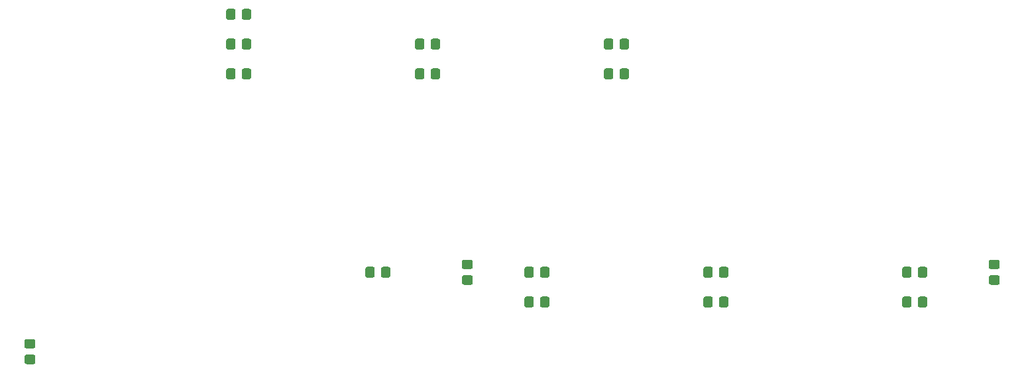
<source format=gbr>
%TF.GenerationSoftware,KiCad,Pcbnew,5.1.10*%
%TF.CreationDate,2021-12-30T14:02:32+01:00*%
%TF.ProjectId,modules_board,6d6f6475-6c65-4735-9f62-6f6172642e6b,rev?*%
%TF.SameCoordinates,Original*%
%TF.FileFunction,Paste,Top*%
%TF.FilePolarity,Positive*%
%FSLAX46Y46*%
G04 Gerber Fmt 4.6, Leading zero omitted, Abs format (unit mm)*
G04 Created by KiCad (PCBNEW 5.1.10) date 2021-12-30 14:02:32*
%MOMM*%
%LPD*%
G01*
G04 APERTURE LIST*
G04 APERTURE END LIST*
%TO.C,R17*%
G36*
G01*
X192589999Y-98190000D02*
X193490001Y-98190000D01*
G75*
G02*
X193740000Y-98439999I0J-249999D01*
G01*
X193740000Y-99140001D01*
G75*
G02*
X193490001Y-99390000I-249999J0D01*
G01*
X192589999Y-99390000D01*
G75*
G02*
X192340000Y-99140001I0J249999D01*
G01*
X192340000Y-98439999D01*
G75*
G02*
X192589999Y-98190000I249999J0D01*
G01*
G37*
G36*
G01*
X192589999Y-96190000D02*
X193490001Y-96190000D01*
G75*
G02*
X193740000Y-96439999I0J-249999D01*
G01*
X193740000Y-97140001D01*
G75*
G02*
X193490001Y-97390000I-249999J0D01*
G01*
X192589999Y-97390000D01*
G75*
G02*
X192340000Y-97140001I0J249999D01*
G01*
X192340000Y-96439999D01*
G75*
G02*
X192589999Y-96190000I249999J0D01*
G01*
G37*
%TD*%
%TO.C,R16*%
G36*
G01*
X135020000Y-102050001D02*
X135020000Y-101149999D01*
G75*
G02*
X135269999Y-100900000I249999J0D01*
G01*
X135970001Y-100900000D01*
G75*
G02*
X136220000Y-101149999I0J-249999D01*
G01*
X136220000Y-102050001D01*
G75*
G02*
X135970001Y-102300000I-249999J0D01*
G01*
X135269999Y-102300000D01*
G75*
G02*
X135020000Y-102050001I0J249999D01*
G01*
G37*
G36*
G01*
X133020000Y-102050001D02*
X133020000Y-101149999D01*
G75*
G02*
X133269999Y-100900000I249999J0D01*
G01*
X133970001Y-100900000D01*
G75*
G02*
X134220000Y-101149999I0J-249999D01*
G01*
X134220000Y-102050001D01*
G75*
G02*
X133970001Y-102300000I-249999J0D01*
G01*
X133269999Y-102300000D01*
G75*
G02*
X133020000Y-102050001I0J249999D01*
G01*
G37*
%TD*%
%TO.C,R15*%
G36*
G01*
X121050000Y-69030001D02*
X121050000Y-68129999D01*
G75*
G02*
X121299999Y-67880000I249999J0D01*
G01*
X122000001Y-67880000D01*
G75*
G02*
X122250000Y-68129999I0J-249999D01*
G01*
X122250000Y-69030001D01*
G75*
G02*
X122000001Y-69280000I-249999J0D01*
G01*
X121299999Y-69280000D01*
G75*
G02*
X121050000Y-69030001I0J249999D01*
G01*
G37*
G36*
G01*
X119050000Y-69030001D02*
X119050000Y-68129999D01*
G75*
G02*
X119299999Y-67880000I249999J0D01*
G01*
X120000001Y-67880000D01*
G75*
G02*
X120250000Y-68129999I0J-249999D01*
G01*
X120250000Y-69030001D01*
G75*
G02*
X120000001Y-69280000I-249999J0D01*
G01*
X119299999Y-69280000D01*
G75*
G02*
X119050000Y-69030001I0J249999D01*
G01*
G37*
%TD*%
%TO.C,R14*%
G36*
G01*
X183280000Y-98240001D02*
X183280000Y-97339999D01*
G75*
G02*
X183529999Y-97090000I249999J0D01*
G01*
X184230001Y-97090000D01*
G75*
G02*
X184480000Y-97339999I0J-249999D01*
G01*
X184480000Y-98240001D01*
G75*
G02*
X184230001Y-98490000I-249999J0D01*
G01*
X183529999Y-98490000D01*
G75*
G02*
X183280000Y-98240001I0J249999D01*
G01*
G37*
G36*
G01*
X181280000Y-98240001D02*
X181280000Y-97339999D01*
G75*
G02*
X181529999Y-97090000I249999J0D01*
G01*
X182230001Y-97090000D01*
G75*
G02*
X182480000Y-97339999I0J-249999D01*
G01*
X182480000Y-98240001D01*
G75*
G02*
X182230001Y-98490000I-249999J0D01*
G01*
X181529999Y-98490000D01*
G75*
G02*
X181280000Y-98240001I0J249999D01*
G01*
G37*
%TD*%
%TO.C,R13*%
G36*
G01*
X145180000Y-69030001D02*
X145180000Y-68129999D01*
G75*
G02*
X145429999Y-67880000I249999J0D01*
G01*
X146130001Y-67880000D01*
G75*
G02*
X146380000Y-68129999I0J-249999D01*
G01*
X146380000Y-69030001D01*
G75*
G02*
X146130001Y-69280000I-249999J0D01*
G01*
X145429999Y-69280000D01*
G75*
G02*
X145180000Y-69030001I0J249999D01*
G01*
G37*
G36*
G01*
X143180000Y-69030001D02*
X143180000Y-68129999D01*
G75*
G02*
X143429999Y-67880000I249999J0D01*
G01*
X144130001Y-67880000D01*
G75*
G02*
X144380000Y-68129999I0J-249999D01*
G01*
X144380000Y-69030001D01*
G75*
G02*
X144130001Y-69280000I-249999J0D01*
G01*
X143429999Y-69280000D01*
G75*
G02*
X143180000Y-69030001I0J249999D01*
G01*
G37*
%TD*%
%TO.C,R12*%
G36*
G01*
X157880000Y-98240001D02*
X157880000Y-97339999D01*
G75*
G02*
X158129999Y-97090000I249999J0D01*
G01*
X158830001Y-97090000D01*
G75*
G02*
X159080000Y-97339999I0J-249999D01*
G01*
X159080000Y-98240001D01*
G75*
G02*
X158830001Y-98490000I-249999J0D01*
G01*
X158129999Y-98490000D01*
G75*
G02*
X157880000Y-98240001I0J249999D01*
G01*
G37*
G36*
G01*
X155880000Y-98240001D02*
X155880000Y-97339999D01*
G75*
G02*
X156129999Y-97090000I249999J0D01*
G01*
X156830001Y-97090000D01*
G75*
G02*
X157080000Y-97339999I0J-249999D01*
G01*
X157080000Y-98240001D01*
G75*
G02*
X156830001Y-98490000I-249999J0D01*
G01*
X156129999Y-98490000D01*
G75*
G02*
X155880000Y-98240001I0J249999D01*
G01*
G37*
%TD*%
%TO.C,R11*%
G36*
G01*
X125279999Y-98190000D02*
X126180001Y-98190000D01*
G75*
G02*
X126430000Y-98439999I0J-249999D01*
G01*
X126430000Y-99140001D01*
G75*
G02*
X126180001Y-99390000I-249999J0D01*
G01*
X125279999Y-99390000D01*
G75*
G02*
X125030000Y-99140001I0J249999D01*
G01*
X125030000Y-98439999D01*
G75*
G02*
X125279999Y-98190000I249999J0D01*
G01*
G37*
G36*
G01*
X125279999Y-96190000D02*
X126180001Y-96190000D01*
G75*
G02*
X126430000Y-96439999I0J-249999D01*
G01*
X126430000Y-97140001D01*
G75*
G02*
X126180001Y-97390000I-249999J0D01*
G01*
X125279999Y-97390000D01*
G75*
G02*
X125030000Y-97140001I0J249999D01*
G01*
X125030000Y-96439999D01*
G75*
G02*
X125279999Y-96190000I249999J0D01*
G01*
G37*
%TD*%
%TO.C,R10*%
G36*
G01*
X96920000Y-69030001D02*
X96920000Y-68129999D01*
G75*
G02*
X97169999Y-67880000I249999J0D01*
G01*
X97870001Y-67880000D01*
G75*
G02*
X98120000Y-68129999I0J-249999D01*
G01*
X98120000Y-69030001D01*
G75*
G02*
X97870001Y-69280000I-249999J0D01*
G01*
X97169999Y-69280000D01*
G75*
G02*
X96920000Y-69030001I0J249999D01*
G01*
G37*
G36*
G01*
X94920000Y-69030001D02*
X94920000Y-68129999D01*
G75*
G02*
X95169999Y-67880000I249999J0D01*
G01*
X95870001Y-67880000D01*
G75*
G02*
X96120000Y-68129999I0J-249999D01*
G01*
X96120000Y-69030001D01*
G75*
G02*
X95870001Y-69280000I-249999J0D01*
G01*
X95169999Y-69280000D01*
G75*
G02*
X94920000Y-69030001I0J249999D01*
G01*
G37*
%TD*%
%TO.C,R9*%
G36*
G01*
X183280000Y-102050001D02*
X183280000Y-101149999D01*
G75*
G02*
X183529999Y-100900000I249999J0D01*
G01*
X184230001Y-100900000D01*
G75*
G02*
X184480000Y-101149999I0J-249999D01*
G01*
X184480000Y-102050001D01*
G75*
G02*
X184230001Y-102300000I-249999J0D01*
G01*
X183529999Y-102300000D01*
G75*
G02*
X183280000Y-102050001I0J249999D01*
G01*
G37*
G36*
G01*
X181280000Y-102050001D02*
X181280000Y-101149999D01*
G75*
G02*
X181529999Y-100900000I249999J0D01*
G01*
X182230001Y-100900000D01*
G75*
G02*
X182480000Y-101149999I0J-249999D01*
G01*
X182480000Y-102050001D01*
G75*
G02*
X182230001Y-102300000I-249999J0D01*
G01*
X181529999Y-102300000D01*
G75*
G02*
X181280000Y-102050001I0J249999D01*
G01*
G37*
%TD*%
%TO.C,R8*%
G36*
G01*
X96920000Y-72840001D02*
X96920000Y-71939999D01*
G75*
G02*
X97169999Y-71690000I249999J0D01*
G01*
X97870001Y-71690000D01*
G75*
G02*
X98120000Y-71939999I0J-249999D01*
G01*
X98120000Y-72840001D01*
G75*
G02*
X97870001Y-73090000I-249999J0D01*
G01*
X97169999Y-73090000D01*
G75*
G02*
X96920000Y-72840001I0J249999D01*
G01*
G37*
G36*
G01*
X94920000Y-72840001D02*
X94920000Y-71939999D01*
G75*
G02*
X95169999Y-71690000I249999J0D01*
G01*
X95870001Y-71690000D01*
G75*
G02*
X96120000Y-71939999I0J-249999D01*
G01*
X96120000Y-72840001D01*
G75*
G02*
X95870001Y-73090000I-249999J0D01*
G01*
X95169999Y-73090000D01*
G75*
G02*
X94920000Y-72840001I0J249999D01*
G01*
G37*
%TD*%
%TO.C,R7*%
G36*
G01*
X121050000Y-72840001D02*
X121050000Y-71939999D01*
G75*
G02*
X121299999Y-71690000I249999J0D01*
G01*
X122000001Y-71690000D01*
G75*
G02*
X122250000Y-71939999I0J-249999D01*
G01*
X122250000Y-72840001D01*
G75*
G02*
X122000001Y-73090000I-249999J0D01*
G01*
X121299999Y-73090000D01*
G75*
G02*
X121050000Y-72840001I0J249999D01*
G01*
G37*
G36*
G01*
X119050000Y-72840001D02*
X119050000Y-71939999D01*
G75*
G02*
X119299999Y-71690000I249999J0D01*
G01*
X120000001Y-71690000D01*
G75*
G02*
X120250000Y-71939999I0J-249999D01*
G01*
X120250000Y-72840001D01*
G75*
G02*
X120000001Y-73090000I-249999J0D01*
G01*
X119299999Y-73090000D01*
G75*
G02*
X119050000Y-72840001I0J249999D01*
G01*
G37*
%TD*%
%TO.C,R6*%
G36*
G01*
X135020000Y-98240001D02*
X135020000Y-97339999D01*
G75*
G02*
X135269999Y-97090000I249999J0D01*
G01*
X135970001Y-97090000D01*
G75*
G02*
X136220000Y-97339999I0J-249999D01*
G01*
X136220000Y-98240001D01*
G75*
G02*
X135970001Y-98490000I-249999J0D01*
G01*
X135269999Y-98490000D01*
G75*
G02*
X135020000Y-98240001I0J249999D01*
G01*
G37*
G36*
G01*
X133020000Y-98240001D02*
X133020000Y-97339999D01*
G75*
G02*
X133269999Y-97090000I249999J0D01*
G01*
X133970001Y-97090000D01*
G75*
G02*
X134220000Y-97339999I0J-249999D01*
G01*
X134220000Y-98240001D01*
G75*
G02*
X133970001Y-98490000I-249999J0D01*
G01*
X133269999Y-98490000D01*
G75*
G02*
X133020000Y-98240001I0J249999D01*
G01*
G37*
%TD*%
%TO.C,R5*%
G36*
G01*
X113900000Y-97339999D02*
X113900000Y-98240001D01*
G75*
G02*
X113650001Y-98490000I-249999J0D01*
G01*
X112949999Y-98490000D01*
G75*
G02*
X112700000Y-98240001I0J249999D01*
G01*
X112700000Y-97339999D01*
G75*
G02*
X112949999Y-97090000I249999J0D01*
G01*
X113650001Y-97090000D01*
G75*
G02*
X113900000Y-97339999I0J-249999D01*
G01*
G37*
G36*
G01*
X115900000Y-97339999D02*
X115900000Y-98240001D01*
G75*
G02*
X115650001Y-98490000I-249999J0D01*
G01*
X114949999Y-98490000D01*
G75*
G02*
X114700000Y-98240001I0J249999D01*
G01*
X114700000Y-97339999D01*
G75*
G02*
X114949999Y-97090000I249999J0D01*
G01*
X115650001Y-97090000D01*
G75*
G02*
X115900000Y-97339999I0J-249999D01*
G01*
G37*
%TD*%
%TO.C,R4*%
G36*
G01*
X96120000Y-64319999D02*
X96120000Y-65220001D01*
G75*
G02*
X95870001Y-65470000I-249999J0D01*
G01*
X95169999Y-65470000D01*
G75*
G02*
X94920000Y-65220001I0J249999D01*
G01*
X94920000Y-64319999D01*
G75*
G02*
X95169999Y-64070000I249999J0D01*
G01*
X95870001Y-64070000D01*
G75*
G02*
X96120000Y-64319999I0J-249999D01*
G01*
G37*
G36*
G01*
X98120000Y-64319999D02*
X98120000Y-65220001D01*
G75*
G02*
X97870001Y-65470000I-249999J0D01*
G01*
X97169999Y-65470000D01*
G75*
G02*
X96920000Y-65220001I0J249999D01*
G01*
X96920000Y-64319999D01*
G75*
G02*
X97169999Y-64070000I249999J0D01*
G01*
X97870001Y-64070000D01*
G75*
G02*
X98120000Y-64319999I0J-249999D01*
G01*
G37*
%TD*%
%TO.C,R3*%
G36*
G01*
X145180000Y-72840001D02*
X145180000Y-71939999D01*
G75*
G02*
X145429999Y-71690000I249999J0D01*
G01*
X146130001Y-71690000D01*
G75*
G02*
X146380000Y-71939999I0J-249999D01*
G01*
X146380000Y-72840001D01*
G75*
G02*
X146130001Y-73090000I-249999J0D01*
G01*
X145429999Y-73090000D01*
G75*
G02*
X145180000Y-72840001I0J249999D01*
G01*
G37*
G36*
G01*
X143180000Y-72840001D02*
X143180000Y-71939999D01*
G75*
G02*
X143429999Y-71690000I249999J0D01*
G01*
X144130001Y-71690000D01*
G75*
G02*
X144380000Y-71939999I0J-249999D01*
G01*
X144380000Y-72840001D01*
G75*
G02*
X144130001Y-73090000I-249999J0D01*
G01*
X143429999Y-73090000D01*
G75*
G02*
X143180000Y-72840001I0J249999D01*
G01*
G37*
%TD*%
%TO.C,R2*%
G36*
G01*
X69399999Y-108350000D02*
X70300001Y-108350000D01*
G75*
G02*
X70550000Y-108599999I0J-249999D01*
G01*
X70550000Y-109300001D01*
G75*
G02*
X70300001Y-109550000I-249999J0D01*
G01*
X69399999Y-109550000D01*
G75*
G02*
X69150000Y-109300001I0J249999D01*
G01*
X69150000Y-108599999D01*
G75*
G02*
X69399999Y-108350000I249999J0D01*
G01*
G37*
G36*
G01*
X69399999Y-106350000D02*
X70300001Y-106350000D01*
G75*
G02*
X70550000Y-106599999I0J-249999D01*
G01*
X70550000Y-107300001D01*
G75*
G02*
X70300001Y-107550000I-249999J0D01*
G01*
X69399999Y-107550000D01*
G75*
G02*
X69150000Y-107300001I0J249999D01*
G01*
X69150000Y-106599999D01*
G75*
G02*
X69399999Y-106350000I249999J0D01*
G01*
G37*
%TD*%
%TO.C,R1*%
G36*
G01*
X157880000Y-102050001D02*
X157880000Y-101149999D01*
G75*
G02*
X158129999Y-100900000I249999J0D01*
G01*
X158830001Y-100900000D01*
G75*
G02*
X159080000Y-101149999I0J-249999D01*
G01*
X159080000Y-102050001D01*
G75*
G02*
X158830001Y-102300000I-249999J0D01*
G01*
X158129999Y-102300000D01*
G75*
G02*
X157880000Y-102050001I0J249999D01*
G01*
G37*
G36*
G01*
X155880000Y-102050001D02*
X155880000Y-101149999D01*
G75*
G02*
X156129999Y-100900000I249999J0D01*
G01*
X156830001Y-100900000D01*
G75*
G02*
X157080000Y-101149999I0J-249999D01*
G01*
X157080000Y-102050001D01*
G75*
G02*
X156830001Y-102300000I-249999J0D01*
G01*
X156129999Y-102300000D01*
G75*
G02*
X155880000Y-102050001I0J249999D01*
G01*
G37*
%TD*%
M02*

</source>
